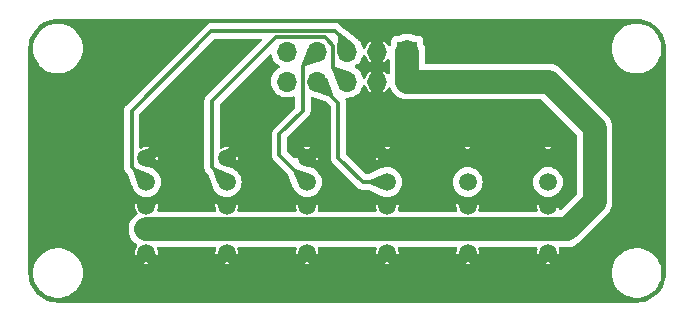
<source format=gbr>
%TF.GenerationSoftware,KiCad,Pcbnew,8.0.5*%
%TF.CreationDate,2025-06-06T09:51:35+09:00*%
%TF.ProjectId,e-con_hub,652d636f-6e5f-4687-9562-2e6b69636164,rev?*%
%TF.SameCoordinates,Original*%
%TF.FileFunction,Copper,L2,Bot*%
%TF.FilePolarity,Positive*%
%FSLAX46Y46*%
G04 Gerber Fmt 4.6, Leading zero omitted, Abs format (unit mm)*
G04 Created by KiCad (PCBNEW 8.0.5) date 2025-06-06 09:51:35*
%MOMM*%
%LPD*%
G01*
G04 APERTURE LIST*
%TA.AperFunction,ComponentPad*%
%ADD10C,1.500000*%
%TD*%
%TA.AperFunction,ComponentPad*%
%ADD11R,1.700000X1.700000*%
%TD*%
%TA.AperFunction,ComponentPad*%
%ADD12O,1.700000X1.700000*%
%TD*%
%TA.AperFunction,ViaPad*%
%ADD13C,0.600000*%
%TD*%
%TA.AperFunction,Conductor*%
%ADD14C,2.000000*%
%TD*%
%TA.AperFunction,Conductor*%
%ADD15C,0.300000*%
%TD*%
G04 APERTURE END LIST*
D10*
%TO.P,J3,24V,24V*%
%TO.N,+24V*%
X151100000Y-101300000D03*
%TO.P,J3,GND,GND*%
%TO.N,GND*%
X151100000Y-99300000D03*
%TO.P,J3,NC,NC*%
X151100000Y-95300000D03*
X151100000Y-103300000D03*
%TO.P,J3,Sign,Sign*%
%TO.N,Net-(J7-Pin_7)*%
X151100000Y-97300000D03*
%TD*%
%TO.P,J5,24V,24V*%
%TO.N,+24V*%
X164700000Y-101300000D03*
%TO.P,J5,GND,GND*%
%TO.N,GND*%
X164700000Y-99300000D03*
%TO.P,J5,NC,NC*%
X164700000Y-95300000D03*
X164700000Y-103300000D03*
%TO.P,J5,Sign,Sign*%
%TO.N,Net-(J7-Pin_9)*%
X164700000Y-97300000D03*
%TD*%
%TO.P,J4,24V,24V*%
%TO.N,+24V*%
X157900000Y-101300000D03*
%TO.P,J4,GND,GND*%
%TO.N,GND*%
X157900000Y-99300000D03*
%TO.P,J4,NC,NC*%
X157900000Y-95300000D03*
X157900000Y-103300000D03*
%TO.P,J4,Sign,Sign*%
%TO.N,Net-(J7-Pin_8)*%
X157900000Y-97300000D03*
%TD*%
%TO.P,J6,24V,24V*%
%TO.N,+24V*%
X171500000Y-101300000D03*
%TO.P,J6,GND,GND*%
%TO.N,GND*%
X171500000Y-99300000D03*
%TO.P,J6,NC,NC*%
X171500000Y-95300000D03*
X171500000Y-103300000D03*
%TO.P,J6,Sign,Sign*%
%TO.N,Net-(J7-Pin_10)*%
X171500000Y-97300000D03*
%TD*%
D11*
%TO.P,J7,1,Pin_1*%
%TO.N,+24V*%
X159580000Y-86250000D03*
D12*
%TO.P,J7,2,Pin_2*%
X159580000Y-88790000D03*
%TO.P,J7,3,Pin_3*%
%TO.N,GND*%
X157040000Y-86250000D03*
%TO.P,J7,4,Pin_4*%
X157040000Y-88790000D03*
%TO.P,J7,5,Pin_5*%
%TO.N,Net-(J7-Pin_5)*%
X154500000Y-86250000D03*
%TO.P,J7,6,Pin_6*%
%TO.N,Net-(J7-Pin_6)*%
X154500000Y-88790000D03*
%TO.P,J7,7,Pin_7*%
%TO.N,Net-(J7-Pin_7)*%
X151960000Y-86250000D03*
%TO.P,J7,8,Pin_8*%
%TO.N,Net-(J7-Pin_8)*%
X151960000Y-88790000D03*
%TO.P,J7,9,Pin_9*%
%TO.N,Net-(J7-Pin_9)*%
X149420000Y-86250000D03*
%TO.P,J7,10,Pin_10*%
%TO.N,Net-(J7-Pin_10)*%
X149420000Y-88790000D03*
%TD*%
D10*
%TO.P,J2,24V,24V*%
%TO.N,+24V*%
X144300000Y-101300000D03*
%TO.P,J2,GND,GND*%
%TO.N,GND*%
X144300000Y-99300000D03*
%TO.P,J2,NC,NC*%
X144300000Y-95300000D03*
X144300000Y-103300000D03*
%TO.P,J2,Sign,Sign*%
%TO.N,Net-(J7-Pin_6)*%
X144300000Y-97300000D03*
%TD*%
%TO.P,J1,24V,24V*%
%TO.N,+24V*%
X137500000Y-101300000D03*
%TO.P,J1,GND,GND*%
%TO.N,GND*%
X137500000Y-99300000D03*
%TO.P,J1,NC,NC*%
X137500000Y-95300000D03*
X137500000Y-103300000D03*
%TO.P,J1,Sign,Sign*%
%TO.N,Net-(J7-Pin_5)*%
X137500000Y-97300000D03*
%TD*%
D13*
%TO.N,GND*%
X170500000Y-91000000D03*
X155000000Y-91250000D03*
X152000000Y-91250000D03*
X160330000Y-84000000D03*
X177621320Y-99500000D03*
X152100000Y-107000000D03*
X161500000Y-86750000D03*
X180750000Y-101000000D03*
X154750000Y-84000000D03*
X180750000Y-95000000D03*
X128750000Y-89000000D03*
X146580000Y-88500000D03*
X128750000Y-95000000D03*
X172250000Y-86750000D03*
X171750000Y-84000000D03*
X148000000Y-92250000D03*
X177621320Y-92500000D03*
X146000000Y-85750000D03*
X128750000Y-101000000D03*
X141800000Y-84000000D03*
X132750000Y-107000000D03*
X180750000Y-89000000D03*
X162100000Y-107000000D03*
X143500000Y-85750000D03*
X135000000Y-93200000D03*
X132750000Y-84000000D03*
X142100000Y-107000000D03*
X161500000Y-91000000D03*
X172100000Y-107000000D03*
%TD*%
D14*
%TO.N,+24V*%
X171500000Y-101300000D02*
X137500000Y-101300000D01*
X173100000Y-101300000D02*
X171500000Y-101300000D01*
X175450000Y-98950000D02*
X173100000Y-101300000D01*
X175450000Y-92700000D02*
X175450000Y-98950000D01*
X171540000Y-88790000D02*
X175450000Y-92700000D01*
X171500000Y-88790000D02*
X171540000Y-88790000D01*
D15*
%TO.N,Net-(J7-Pin_8)*%
X155800000Y-97300000D02*
X157900000Y-97300000D01*
X153750000Y-90580000D02*
X153750000Y-95250000D01*
X151960000Y-88790000D02*
X153750000Y-90580000D01*
X153750000Y-95250000D02*
X155800000Y-97300000D01*
%TO.N,Net-(J7-Pin_5)*%
X136247567Y-96047567D02*
X137500000Y-97300000D01*
X142999239Y-84500000D02*
X136247567Y-91251672D01*
X136247567Y-91251672D02*
X136247567Y-96047567D01*
X153500000Y-84500000D02*
X142999239Y-84500000D01*
X154500000Y-85500000D02*
X153500000Y-84500000D01*
X154500000Y-86250000D02*
X154500000Y-85500000D01*
%TO.N,GND*%
X172700000Y-99300000D02*
X173400000Y-98600000D01*
X171500000Y-95300000D02*
X157900000Y-95300000D01*
X173400000Y-98600000D02*
X173400000Y-96100000D01*
X171500000Y-99300000D02*
X172700000Y-99300000D01*
X173400000Y-96100000D02*
X172600000Y-95300000D01*
X172600000Y-95300000D02*
X171500000Y-95300000D01*
%TO.N,Net-(J7-Pin_6)*%
X153300000Y-85757106D02*
X152771447Y-85228553D01*
X143047567Y-90452433D02*
X143047567Y-96047567D01*
X148450000Y-85050000D02*
X143047567Y-90452433D01*
X154500000Y-88790000D02*
X153300000Y-87590000D01*
X143047567Y-96047567D02*
X144300000Y-97300000D01*
X152771447Y-85228553D02*
X152592894Y-85050000D01*
X152592894Y-85050000D02*
X148450000Y-85050000D01*
X153300000Y-87590000D02*
X153300000Y-85757106D01*
%TO.N,Net-(J7-Pin_7)*%
X148750000Y-93270000D02*
X150760000Y-91260000D01*
X150760000Y-87450000D02*
X151960000Y-86250000D01*
X150760000Y-91260000D02*
X150760000Y-87450000D01*
X148750000Y-95000000D02*
X148750000Y-93270000D01*
X151100000Y-97300000D02*
X151050000Y-97300000D01*
X151050000Y-97300000D02*
X148750000Y-95000000D01*
D14*
%TO.N,+24V*%
X159580000Y-88790000D02*
X171500000Y-88790000D01*
X159580000Y-86250000D02*
X159580000Y-88790000D01*
%TD*%
%TA.AperFunction,Conductor*%
%TO.N,GND*%
G36*
X157540000Y-87173326D02*
G01*
X157626173Y-87127266D01*
X157786054Y-86996055D01*
X157859646Y-86906384D01*
X157917392Y-86867049D01*
X157987237Y-86865178D01*
X158047005Y-86901365D01*
X158077721Y-86964121D01*
X158079500Y-86985048D01*
X158079500Y-88054951D01*
X158059815Y-88121990D01*
X158007011Y-88167745D01*
X157937853Y-88177689D01*
X157874297Y-88148664D01*
X157859647Y-88133616D01*
X157786055Y-88043944D01*
X157626173Y-87912732D01*
X157626166Y-87912727D01*
X157540000Y-87866671D01*
X157540000Y-88724174D01*
X157505925Y-88597007D01*
X157440099Y-88482993D01*
X157347007Y-88389901D01*
X157232993Y-88324075D01*
X157105826Y-88290000D01*
X156974174Y-88290000D01*
X156847007Y-88324075D01*
X156732993Y-88389901D01*
X156639901Y-88482993D01*
X156574075Y-88597007D01*
X156540000Y-88724174D01*
X156540000Y-87866671D01*
X156539999Y-87866671D01*
X156453833Y-87912727D01*
X156453826Y-87912732D01*
X156293944Y-88043944D01*
X156162732Y-88203826D01*
X156162728Y-88203833D01*
X156065232Y-88386236D01*
X156045113Y-88452559D01*
X156006815Y-88510997D01*
X155943003Y-88539454D01*
X155873936Y-88528893D01*
X155821543Y-88482668D01*
X155806678Y-88448656D01*
X155773905Y-88326344D01*
X155773904Y-88326343D01*
X155773903Y-88326337D01*
X155674035Y-88112171D01*
X155638464Y-88061369D01*
X155538494Y-87918597D01*
X155371402Y-87751506D01*
X155371396Y-87751501D01*
X155185842Y-87621575D01*
X155142217Y-87566998D01*
X155135023Y-87497500D01*
X155166546Y-87435145D01*
X155185842Y-87418425D01*
X155313985Y-87328698D01*
X155371401Y-87288495D01*
X155538495Y-87121401D01*
X155674035Y-86927830D01*
X155773903Y-86713663D01*
X155806678Y-86591342D01*
X155843042Y-86531683D01*
X155905889Y-86501153D01*
X155975265Y-86509447D01*
X156029143Y-86553932D01*
X156045113Y-86587440D01*
X156065232Y-86653763D01*
X156162728Y-86836166D01*
X156162732Y-86836173D01*
X156293944Y-86996055D01*
X156453826Y-87127266D01*
X156540000Y-87173326D01*
X156540000Y-86315826D01*
X156574075Y-86442993D01*
X156639901Y-86557007D01*
X156732993Y-86650099D01*
X156847007Y-86715925D01*
X156974174Y-86750000D01*
X157105826Y-86750000D01*
X157232993Y-86715925D01*
X157347007Y-86650099D01*
X157440099Y-86557007D01*
X157505925Y-86442993D01*
X157540000Y-86315826D01*
X157540000Y-87173326D01*
G37*
%TD.AperFunction*%
%TA.AperFunction,Conductor*%
G36*
X179003736Y-83500726D02*
G01*
X179293796Y-83518271D01*
X179308659Y-83520076D01*
X179590798Y-83571780D01*
X179605335Y-83575363D01*
X179879172Y-83660695D01*
X179893163Y-83666000D01*
X180154743Y-83783727D01*
X180167989Y-83790680D01*
X180413465Y-83939075D01*
X180425776Y-83947573D01*
X180513319Y-84016158D01*
X180651573Y-84124473D01*
X180662781Y-84134403D01*
X180865596Y-84337218D01*
X180875526Y-84348426D01*
X180995481Y-84501538D01*
X181052422Y-84574217D01*
X181060926Y-84586537D01*
X181112168Y-84671302D01*
X181209316Y-84832004D01*
X181216275Y-84845263D01*
X181333997Y-85106831D01*
X181339306Y-85120832D01*
X181424635Y-85394663D01*
X181428219Y-85409201D01*
X181479923Y-85691340D01*
X181481728Y-85706205D01*
X181499274Y-85996263D01*
X181499500Y-86003750D01*
X181499500Y-104996249D01*
X181499274Y-105003736D01*
X181481728Y-105293794D01*
X181479923Y-105308659D01*
X181428219Y-105590798D01*
X181424635Y-105605336D01*
X181339306Y-105879167D01*
X181333997Y-105893168D01*
X181216275Y-106154736D01*
X181209316Y-106167995D01*
X181060928Y-106413459D01*
X181052422Y-106425782D01*
X180875526Y-106651573D01*
X180865596Y-106662781D01*
X180662781Y-106865596D01*
X180651573Y-106875526D01*
X180425782Y-107052422D01*
X180413459Y-107060928D01*
X180167995Y-107209316D01*
X180154736Y-107216275D01*
X179893168Y-107333997D01*
X179879167Y-107339306D01*
X179605336Y-107424635D01*
X179590798Y-107428219D01*
X179308659Y-107479923D01*
X179293794Y-107481728D01*
X179003736Y-107499274D01*
X178996249Y-107499500D01*
X130003751Y-107499500D01*
X129996264Y-107499274D01*
X129706205Y-107481728D01*
X129691340Y-107479923D01*
X129409201Y-107428219D01*
X129394663Y-107424635D01*
X129120832Y-107339306D01*
X129106831Y-107333997D01*
X128845263Y-107216275D01*
X128832004Y-107209316D01*
X128586540Y-107060928D01*
X128574217Y-107052422D01*
X128348426Y-106875526D01*
X128337218Y-106865596D01*
X128134403Y-106662781D01*
X128124473Y-106651573D01*
X127947573Y-106425776D01*
X127939075Y-106413465D01*
X127790680Y-106167989D01*
X127783727Y-106154743D01*
X127666000Y-105893163D01*
X127660693Y-105879167D01*
X127648113Y-105838797D01*
X127575363Y-105605335D01*
X127571780Y-105590798D01*
X127520075Y-105308657D01*
X127518271Y-105293794D01*
X127500726Y-105003736D01*
X127500613Y-105000000D01*
X127894592Y-105000000D01*
X127914201Y-105286680D01*
X127972666Y-105568034D01*
X127972667Y-105568037D01*
X128068894Y-105838793D01*
X128068893Y-105838793D01*
X128201098Y-106093935D01*
X128366812Y-106328700D01*
X128445972Y-106413459D01*
X128562947Y-106538708D01*
X128701677Y-106651573D01*
X128785853Y-106720055D01*
X129031382Y-106869365D01*
X129218237Y-106950526D01*
X129294942Y-106983844D01*
X129571642Y-107061371D01*
X129821920Y-107095771D01*
X129856321Y-107100500D01*
X129856322Y-107100500D01*
X130143679Y-107100500D01*
X130174370Y-107096281D01*
X130428358Y-107061371D01*
X130705058Y-106983844D01*
X130818015Y-106934779D01*
X130968617Y-106869365D01*
X130968620Y-106869363D01*
X130968625Y-106869361D01*
X131214147Y-106720055D01*
X131437053Y-106538708D01*
X131633189Y-106328698D01*
X131798901Y-106093936D01*
X131931104Y-105838797D01*
X132027334Y-105568032D01*
X132085798Y-105286686D01*
X132105408Y-105000000D01*
X176894592Y-105000000D01*
X176914201Y-105286680D01*
X176972666Y-105568034D01*
X176972667Y-105568037D01*
X177068894Y-105838793D01*
X177068893Y-105838793D01*
X177201098Y-106093935D01*
X177366812Y-106328700D01*
X177445972Y-106413459D01*
X177562947Y-106538708D01*
X177701677Y-106651573D01*
X177785853Y-106720055D01*
X178031382Y-106869365D01*
X178218237Y-106950526D01*
X178294942Y-106983844D01*
X178571642Y-107061371D01*
X178821920Y-107095771D01*
X178856321Y-107100500D01*
X178856322Y-107100500D01*
X179143679Y-107100500D01*
X179174370Y-107096281D01*
X179428358Y-107061371D01*
X179705058Y-106983844D01*
X179818015Y-106934779D01*
X179968617Y-106869365D01*
X179968620Y-106869363D01*
X179968625Y-106869361D01*
X180214147Y-106720055D01*
X180437053Y-106538708D01*
X180633189Y-106328698D01*
X180798901Y-106093936D01*
X180931104Y-105838797D01*
X181027334Y-105568032D01*
X181085798Y-105286686D01*
X181105408Y-105000000D01*
X181085798Y-104713314D01*
X181027334Y-104431968D01*
X180931105Y-104161206D01*
X180931106Y-104161206D01*
X180798901Y-103906064D01*
X180633187Y-103671299D01*
X180554554Y-103587105D01*
X180437053Y-103461292D01*
X180214147Y-103279945D01*
X180214146Y-103279944D01*
X179968617Y-103130634D01*
X179705063Y-103016158D01*
X179705061Y-103016157D01*
X179705058Y-103016156D01*
X179575578Y-102979877D01*
X179428364Y-102938630D01*
X179428359Y-102938629D01*
X179428358Y-102938629D01*
X179286018Y-102919064D01*
X179143679Y-102899500D01*
X179143678Y-102899500D01*
X178856322Y-102899500D01*
X178856321Y-102899500D01*
X178571642Y-102938629D01*
X178571635Y-102938630D01*
X178363861Y-102996845D01*
X178294942Y-103016156D01*
X178294939Y-103016156D01*
X178294936Y-103016158D01*
X178294935Y-103016158D01*
X178031382Y-103130634D01*
X177785853Y-103279944D01*
X177562950Y-103461289D01*
X177366812Y-103671299D01*
X177201098Y-103906064D01*
X177068894Y-104161206D01*
X176972667Y-104431962D01*
X176972666Y-104431965D01*
X176914201Y-104713319D01*
X176894592Y-105000000D01*
X132105408Y-105000000D01*
X132085798Y-104713314D01*
X132027334Y-104431968D01*
X131954227Y-104226265D01*
X137280839Y-104226265D01*
X137313767Y-104236255D01*
X137500000Y-104254596D01*
X137686233Y-104236255D01*
X137686234Y-104236254D01*
X137719160Y-104226266D01*
X137719160Y-104226265D01*
X144080839Y-104226265D01*
X144113767Y-104236255D01*
X144300000Y-104254596D01*
X144486233Y-104236255D01*
X144486234Y-104236254D01*
X144519160Y-104226266D01*
X144519160Y-104226265D01*
X150880839Y-104226265D01*
X150913767Y-104236255D01*
X151100000Y-104254596D01*
X151286233Y-104236255D01*
X151286234Y-104236254D01*
X151319160Y-104226266D01*
X151319160Y-104226265D01*
X157680839Y-104226265D01*
X157713767Y-104236255D01*
X157900000Y-104254596D01*
X158086233Y-104236255D01*
X158086234Y-104236254D01*
X158119160Y-104226266D01*
X158119160Y-104226265D01*
X164480839Y-104226265D01*
X164513767Y-104236255D01*
X164700000Y-104254596D01*
X164886233Y-104236255D01*
X164886234Y-104236254D01*
X164919160Y-104226266D01*
X164919160Y-104226265D01*
X171280839Y-104226265D01*
X171313767Y-104236255D01*
X171500000Y-104254596D01*
X171686233Y-104236255D01*
X171686234Y-104236254D01*
X171719160Y-104226266D01*
X171719160Y-104226265D01*
X171500001Y-104007106D01*
X171280839Y-104226265D01*
X164919160Y-104226265D01*
X164700001Y-104007106D01*
X164480839Y-104226265D01*
X158119160Y-104226265D01*
X157900001Y-104007106D01*
X157680839Y-104226265D01*
X151319160Y-104226265D01*
X151100001Y-104007106D01*
X150880839Y-104226265D01*
X144519160Y-104226265D01*
X144300001Y-104007106D01*
X144080839Y-104226265D01*
X137719160Y-104226265D01*
X137500001Y-104007106D01*
X137280839Y-104226265D01*
X131954227Y-104226265D01*
X131931105Y-104161206D01*
X131931106Y-104161206D01*
X131798901Y-103906064D01*
X131633187Y-103671299D01*
X131554554Y-103587105D01*
X131437053Y-103461292D01*
X131214147Y-103279945D01*
X131214146Y-103279944D01*
X130968617Y-103130634D01*
X130705063Y-103016158D01*
X130705061Y-103016157D01*
X130705058Y-103016156D01*
X130575578Y-102979877D01*
X130428364Y-102938630D01*
X130428359Y-102938629D01*
X130428358Y-102938629D01*
X130286018Y-102919064D01*
X130143679Y-102899500D01*
X130143678Y-102899500D01*
X129856322Y-102899500D01*
X129856321Y-102899500D01*
X129571642Y-102938629D01*
X129571635Y-102938630D01*
X129363861Y-102996845D01*
X129294942Y-103016156D01*
X129294939Y-103016156D01*
X129294936Y-103016158D01*
X129294935Y-103016158D01*
X129031382Y-103130634D01*
X128785853Y-103279944D01*
X128562950Y-103461289D01*
X128366812Y-103671299D01*
X128201098Y-103906064D01*
X128068894Y-104161206D01*
X127972667Y-104431962D01*
X127972666Y-104431965D01*
X127914201Y-104713319D01*
X127894592Y-105000000D01*
X127500613Y-105000000D01*
X127500500Y-104996249D01*
X127500500Y-91187600D01*
X135597067Y-91187600D01*
X135597067Y-96111638D01*
X135614730Y-96200432D01*
X135614730Y-96200433D01*
X135622064Y-96237304D01*
X135622065Y-96237309D01*
X135622066Y-96237311D01*
X135671102Y-96355694D01*
X135742290Y-96462236D01*
X135876398Y-96596344D01*
X135904567Y-96639814D01*
X136226260Y-97482791D01*
X136330515Y-97755986D01*
X136332825Y-97761929D01*
X136332908Y-97762140D01*
X136332916Y-97762157D01*
X136358946Y-97817772D01*
X136362191Y-97823191D01*
X136362130Y-97823227D01*
X136371580Y-97839034D01*
X136412897Y-97927638D01*
X136412898Y-97927639D01*
X136538402Y-98106877D01*
X136693123Y-98261598D01*
X136872361Y-98387102D01*
X137070670Y-98479575D01*
X137282023Y-98536207D01*
X137413818Y-98547737D01*
X137478884Y-98573188D01*
X137490689Y-98583582D01*
X137499999Y-98592892D01*
X137509307Y-98583585D01*
X137570629Y-98550098D01*
X137586167Y-98547738D01*
X137717977Y-98536207D01*
X137929330Y-98479575D01*
X138127639Y-98387102D01*
X138306877Y-98261598D01*
X138461598Y-98106877D01*
X138587102Y-97927639D01*
X138679575Y-97729330D01*
X138736207Y-97517977D01*
X138755277Y-97300000D01*
X138736207Y-97082023D01*
X138679575Y-96870670D01*
X138587102Y-96672362D01*
X138587100Y-96672359D01*
X138587099Y-96672357D01*
X138461599Y-96493124D01*
X138430711Y-96462236D01*
X138306877Y-96338402D01*
X138127639Y-96212898D01*
X138127638Y-96212897D01*
X138127636Y-96212896D01*
X137986143Y-96146917D01*
X137978299Y-96142914D01*
X137956021Y-96130529D01*
X137956010Y-96130524D01*
X137442909Y-95934716D01*
X137399439Y-95906546D01*
X136934386Y-95441493D01*
X136900901Y-95380170D01*
X136898067Y-95353812D01*
X136898067Y-95246188D01*
X136901595Y-95234174D01*
X137000000Y-95234174D01*
X137000000Y-95365826D01*
X137034075Y-95492993D01*
X137099901Y-95607007D01*
X137192993Y-95700099D01*
X137307007Y-95765925D01*
X137434174Y-95800000D01*
X137565826Y-95800000D01*
X137692993Y-95765925D01*
X137807007Y-95700099D01*
X137900099Y-95607007D01*
X137965925Y-95492993D01*
X138000000Y-95365826D01*
X138000000Y-95300000D01*
X138207106Y-95300000D01*
X138426265Y-95519160D01*
X138426266Y-95519160D01*
X138436254Y-95486234D01*
X138436255Y-95486233D01*
X138454596Y-95300000D01*
X138436255Y-95113767D01*
X138426265Y-95080839D01*
X138207106Y-95300000D01*
X138000000Y-95300000D01*
X138000000Y-95234174D01*
X137965925Y-95107007D01*
X137900099Y-94992993D01*
X137807007Y-94899901D01*
X137692993Y-94834075D01*
X137565826Y-94800000D01*
X137434174Y-94800000D01*
X137307007Y-94834075D01*
X137192993Y-94899901D01*
X137099901Y-94992993D01*
X137034075Y-95107007D01*
X137000000Y-95234174D01*
X136901595Y-95234174D01*
X136917752Y-95179149D01*
X136934386Y-95158507D01*
X137719159Y-94373733D01*
X137686228Y-94363744D01*
X137686232Y-94363744D01*
X137500000Y-94345403D01*
X137313769Y-94363744D01*
X137134687Y-94418069D01*
X137080519Y-94447022D01*
X137012116Y-94461263D01*
X136946872Y-94436262D01*
X136905503Y-94379957D01*
X136898067Y-94337663D01*
X136898067Y-91572480D01*
X136917752Y-91505441D01*
X136934386Y-91484799D01*
X143232366Y-85186819D01*
X143293689Y-85153334D01*
X143320047Y-85150500D01*
X147130192Y-85150500D01*
X147197231Y-85170185D01*
X147242986Y-85222989D01*
X147252930Y-85292147D01*
X147223905Y-85355703D01*
X147217873Y-85362181D01*
X142542294Y-90037758D01*
X142542288Y-90037765D01*
X142483961Y-90125058D01*
X142483962Y-90125059D01*
X142471101Y-90144307D01*
X142422066Y-90262688D01*
X142422064Y-90262694D01*
X142397067Y-90388361D01*
X142397067Y-96111638D01*
X142414730Y-96200432D01*
X142414730Y-96200433D01*
X142422064Y-96237304D01*
X142422065Y-96237309D01*
X142422066Y-96237311D01*
X142471102Y-96355694D01*
X142542290Y-96462236D01*
X142676398Y-96596344D01*
X142704567Y-96639814D01*
X143026260Y-97482791D01*
X143130515Y-97755986D01*
X143132825Y-97761929D01*
X143132908Y-97762140D01*
X143132916Y-97762157D01*
X143158946Y-97817772D01*
X143162191Y-97823191D01*
X143162130Y-97823227D01*
X143171580Y-97839034D01*
X143212897Y-97927638D01*
X143212898Y-97927639D01*
X143338402Y-98106877D01*
X143493123Y-98261598D01*
X143672361Y-98387102D01*
X143870670Y-98479575D01*
X144082023Y-98536207D01*
X144213818Y-98547737D01*
X144278884Y-98573188D01*
X144290689Y-98583582D01*
X144299999Y-98592892D01*
X144309307Y-98583585D01*
X144370629Y-98550098D01*
X144386167Y-98547738D01*
X144517977Y-98536207D01*
X144729330Y-98479575D01*
X144927639Y-98387102D01*
X145106877Y-98261598D01*
X145261598Y-98106877D01*
X145387102Y-97927639D01*
X145479575Y-97729330D01*
X145536207Y-97517977D01*
X145555277Y-97300000D01*
X145536207Y-97082023D01*
X145479575Y-96870670D01*
X145387102Y-96672362D01*
X145387100Y-96672359D01*
X145387099Y-96672357D01*
X145261599Y-96493124D01*
X145230711Y-96462236D01*
X145106877Y-96338402D01*
X144927639Y-96212898D01*
X144927638Y-96212897D01*
X144927636Y-96212896D01*
X144786143Y-96146917D01*
X144778299Y-96142914D01*
X144756021Y-96130529D01*
X144756010Y-96130524D01*
X144242909Y-95934716D01*
X144199439Y-95906546D01*
X143734386Y-95441493D01*
X143700901Y-95380170D01*
X143698067Y-95353812D01*
X143698067Y-95246188D01*
X143701595Y-95234174D01*
X143800000Y-95234174D01*
X143800000Y-95365826D01*
X143834075Y-95492993D01*
X143899901Y-95607007D01*
X143992993Y-95700099D01*
X144107007Y-95765925D01*
X144234174Y-95800000D01*
X144365826Y-95800000D01*
X144492993Y-95765925D01*
X144607007Y-95700099D01*
X144700099Y-95607007D01*
X144765925Y-95492993D01*
X144800000Y-95365826D01*
X144800000Y-95300000D01*
X145007106Y-95300000D01*
X145226265Y-95519160D01*
X145226266Y-95519160D01*
X145236254Y-95486234D01*
X145236255Y-95486233D01*
X145254596Y-95300000D01*
X145236255Y-95113767D01*
X145226265Y-95080839D01*
X145007106Y-95300000D01*
X144800000Y-95300000D01*
X144800000Y-95234174D01*
X144765925Y-95107007D01*
X144700099Y-94992993D01*
X144607007Y-94899901D01*
X144492993Y-94834075D01*
X144365826Y-94800000D01*
X144234174Y-94800000D01*
X144107007Y-94834075D01*
X143992993Y-94899901D01*
X143899901Y-94992993D01*
X143834075Y-95107007D01*
X143800000Y-95234174D01*
X143701595Y-95234174D01*
X143717752Y-95179149D01*
X143734386Y-95158507D01*
X144519159Y-94373733D01*
X144486228Y-94363744D01*
X144486232Y-94363744D01*
X144300000Y-94345403D01*
X144113769Y-94363744D01*
X143934687Y-94418069D01*
X143880519Y-94447022D01*
X143812116Y-94461263D01*
X143746872Y-94436262D01*
X143705503Y-94379957D01*
X143698067Y-94337663D01*
X143698067Y-90773240D01*
X143717752Y-90706201D01*
X143734381Y-90685564D01*
X147901287Y-86518657D01*
X147962608Y-86485174D01*
X148032300Y-86490158D01*
X148088233Y-86532030D01*
X148108741Y-86574247D01*
X148146094Y-86713655D01*
X148146096Y-86713659D01*
X148146097Y-86713663D01*
X148203221Y-86836166D01*
X148245965Y-86927830D01*
X148245967Y-86927834D01*
X148381501Y-87121395D01*
X148381506Y-87121402D01*
X148548597Y-87288493D01*
X148548603Y-87288498D01*
X148734158Y-87418425D01*
X148777783Y-87473002D01*
X148784977Y-87542500D01*
X148753454Y-87604855D01*
X148734158Y-87621575D01*
X148548597Y-87751505D01*
X148381505Y-87918597D01*
X148245965Y-88112169D01*
X148245964Y-88112171D01*
X148146098Y-88326335D01*
X148146094Y-88326344D01*
X148084938Y-88554586D01*
X148084936Y-88554596D01*
X148064341Y-88789999D01*
X148064341Y-88790000D01*
X148084936Y-89025403D01*
X148084938Y-89025413D01*
X148146094Y-89253655D01*
X148146096Y-89253659D01*
X148146097Y-89253663D01*
X148180098Y-89326578D01*
X148245965Y-89467830D01*
X148245967Y-89467834D01*
X148354281Y-89622521D01*
X148381505Y-89661401D01*
X148548599Y-89828495D01*
X148645384Y-89896265D01*
X148742165Y-89964032D01*
X148742167Y-89964033D01*
X148742170Y-89964035D01*
X148956337Y-90063903D01*
X149184592Y-90125063D01*
X149372918Y-90141539D01*
X149419999Y-90145659D01*
X149420000Y-90145659D01*
X149420001Y-90145659D01*
X149460301Y-90142133D01*
X149655408Y-90125063D01*
X149883663Y-90063903D01*
X149933096Y-90040851D01*
X150002172Y-90030360D01*
X150065956Y-90058879D01*
X150104196Y-90117356D01*
X150109500Y-90153234D01*
X150109500Y-90939191D01*
X150089815Y-91006230D01*
X150073181Y-91026872D01*
X148244727Y-92855325D01*
X148244726Y-92855326D01*
X148173534Y-92961874D01*
X148124499Y-93080255D01*
X148124497Y-93080261D01*
X148099500Y-93205928D01*
X148099500Y-95064070D01*
X148123738Y-95185914D01*
X148123740Y-95185938D01*
X148123742Y-95185938D01*
X148124499Y-95189744D01*
X148124500Y-95189748D01*
X148173533Y-95308124D01*
X148173534Y-95308126D01*
X148173535Y-95308127D01*
X148232963Y-95397069D01*
X148244726Y-95414673D01*
X148244727Y-95414674D01*
X149461084Y-96631029D01*
X149488231Y-96671908D01*
X149934442Y-97766678D01*
X149934504Y-97766830D01*
X149934543Y-97766924D01*
X149936039Y-97770552D01*
X149936059Y-97770600D01*
X149936066Y-97770616D01*
X149936069Y-97770622D01*
X149958700Y-97817873D01*
X149958707Y-97817885D01*
X149959100Y-97818411D01*
X149972116Y-97840183D01*
X150012897Y-97927638D01*
X150012898Y-97927639D01*
X150138402Y-98106877D01*
X150293123Y-98261598D01*
X150472361Y-98387102D01*
X150670670Y-98479575D01*
X150882023Y-98536207D01*
X151013818Y-98547737D01*
X151078884Y-98573188D01*
X151090689Y-98583582D01*
X151099999Y-98592892D01*
X151109307Y-98583585D01*
X151170629Y-98550098D01*
X151186167Y-98547738D01*
X151317977Y-98536207D01*
X151529330Y-98479575D01*
X151727639Y-98387102D01*
X151906877Y-98261598D01*
X152061598Y-98106877D01*
X152187102Y-97927639D01*
X152279575Y-97729330D01*
X152336207Y-97517977D01*
X152355277Y-97300000D01*
X152336207Y-97082023D01*
X152279575Y-96870670D01*
X152187102Y-96672362D01*
X152187100Y-96672359D01*
X152187099Y-96672357D01*
X152061599Y-96493124D01*
X152030711Y-96462236D01*
X151906877Y-96338402D01*
X151727639Y-96212898D01*
X151727638Y-96212897D01*
X151727636Y-96212896D01*
X151558510Y-96134031D01*
X151553539Y-96131576D01*
X151543131Y-96126143D01*
X151542592Y-96125954D01*
X151531375Y-96121378D01*
X151529330Y-96120425D01*
X151529327Y-96120423D01*
X151523605Y-96118890D01*
X151514558Y-96116091D01*
X151069732Y-95959601D01*
X151023202Y-95930309D01*
X150410334Y-95317441D01*
X150410332Y-95317438D01*
X150327068Y-95234174D01*
X150600000Y-95234174D01*
X150600000Y-95365826D01*
X150634075Y-95492993D01*
X150699901Y-95607007D01*
X150792993Y-95700099D01*
X150907007Y-95765925D01*
X151034174Y-95800000D01*
X151165826Y-95800000D01*
X151292993Y-95765925D01*
X151407007Y-95700099D01*
X151500099Y-95607007D01*
X151565925Y-95492993D01*
X151600000Y-95365826D01*
X151600000Y-95296531D01*
X151803636Y-95296531D01*
X152026265Y-95519160D01*
X152026266Y-95519160D01*
X152036254Y-95486234D01*
X152036255Y-95486233D01*
X152054596Y-95300000D01*
X152036255Y-95113767D01*
X152026265Y-95080839D01*
X152026265Y-95080838D01*
X151843424Y-95263681D01*
X151815339Y-95279016D01*
X151803636Y-95296531D01*
X151600000Y-95296531D01*
X151600000Y-95234174D01*
X151565925Y-95107007D01*
X151500099Y-94992993D01*
X151407007Y-94899901D01*
X151292993Y-94834075D01*
X151165826Y-94800000D01*
X151034174Y-94800000D01*
X150907007Y-94834075D01*
X150792993Y-94899901D01*
X150699901Y-94992993D01*
X150634075Y-95107007D01*
X150600000Y-95234174D01*
X150327068Y-95234174D01*
X150173733Y-95080838D01*
X150173732Y-95080839D01*
X150163746Y-95113762D01*
X150163744Y-95113771D01*
X150155368Y-95198813D01*
X150129206Y-95263600D01*
X150072172Y-95303959D01*
X150002372Y-95307075D01*
X149944284Y-95274339D01*
X149868758Y-95198813D01*
X149436819Y-94766873D01*
X149403334Y-94705550D01*
X149400500Y-94679192D01*
X149400500Y-94373733D01*
X150880838Y-94373733D01*
X151099998Y-94592892D01*
X151099999Y-94592893D01*
X151100000Y-94592893D01*
X151100000Y-94592892D01*
X151319159Y-94373733D01*
X151286228Y-94363744D01*
X151286232Y-94363744D01*
X151100000Y-94345403D01*
X150913772Y-94363744D01*
X150913762Y-94363746D01*
X150880839Y-94373732D01*
X150880838Y-94373733D01*
X149400500Y-94373733D01*
X149400500Y-93590808D01*
X149420185Y-93523769D01*
X149436819Y-93503127D01*
X151265271Y-91674675D01*
X151265276Y-91674670D01*
X151336465Y-91568127D01*
X151385501Y-91449744D01*
X151386160Y-91446428D01*
X151387159Y-91441414D01*
X151410499Y-91324073D01*
X151410500Y-91324071D01*
X151410500Y-90209172D01*
X151430185Y-90142133D01*
X151482989Y-90096378D01*
X151552147Y-90086434D01*
X151577308Y-90092796D01*
X152762766Y-90528888D01*
X152807636Y-90557582D01*
X153063181Y-90813127D01*
X153096666Y-90874450D01*
X153099500Y-90900808D01*
X153099500Y-95314071D01*
X153116010Y-95397068D01*
X153116010Y-95397069D01*
X153124497Y-95439736D01*
X153124499Y-95439744D01*
X153173534Y-95558125D01*
X153244726Y-95664673D01*
X155385326Y-97805273D01*
X155385329Y-97805275D01*
X155385331Y-97805277D01*
X155491873Y-97876465D01*
X155610256Y-97925501D01*
X155610260Y-97925501D01*
X155610261Y-97925502D01*
X155735928Y-97950500D01*
X155735931Y-97950500D01*
X156254381Y-97950500D01*
X156305038Y-97961320D01*
X157395464Y-98449374D01*
X157395505Y-98449392D01*
X157401341Y-98451960D01*
X157401630Y-98452085D01*
X157401635Y-98452087D01*
X157441636Y-98466576D01*
X157451802Y-98470776D01*
X157470670Y-98479575D01*
X157682023Y-98536207D01*
X157813818Y-98547737D01*
X157878884Y-98573188D01*
X157890689Y-98583582D01*
X157899999Y-98592892D01*
X157909307Y-98583585D01*
X157970629Y-98550098D01*
X157986167Y-98547738D01*
X158117977Y-98536207D01*
X158329330Y-98479575D01*
X158527639Y-98387102D01*
X158706877Y-98261598D01*
X158861598Y-98106877D01*
X158987102Y-97927639D01*
X159079575Y-97729330D01*
X159136207Y-97517977D01*
X159155277Y-97300000D01*
X159155277Y-97299997D01*
X163444723Y-97299997D01*
X163444723Y-97300002D01*
X163463793Y-97517975D01*
X163463793Y-97517979D01*
X163520422Y-97729322D01*
X163520424Y-97729326D01*
X163520425Y-97729330D01*
X163539647Y-97770552D01*
X163612897Y-97927638D01*
X163612898Y-97927639D01*
X163738402Y-98106877D01*
X163893123Y-98261598D01*
X164072361Y-98387102D01*
X164270670Y-98479575D01*
X164482023Y-98536207D01*
X164613818Y-98547737D01*
X164678884Y-98573188D01*
X164690689Y-98583582D01*
X164699999Y-98592892D01*
X164709307Y-98583585D01*
X164770629Y-98550098D01*
X164786167Y-98547738D01*
X164917977Y-98536207D01*
X165129330Y-98479575D01*
X165327639Y-98387102D01*
X165506877Y-98261598D01*
X165661598Y-98106877D01*
X165787102Y-97927639D01*
X165879575Y-97729330D01*
X165936207Y-97517977D01*
X165955277Y-97300000D01*
X165955277Y-97299997D01*
X170244723Y-97299997D01*
X170244723Y-97300002D01*
X170263793Y-97517975D01*
X170263793Y-97517979D01*
X170320422Y-97729322D01*
X170320424Y-97729326D01*
X170320425Y-97729330D01*
X170339647Y-97770552D01*
X170412897Y-97927638D01*
X170412898Y-97927639D01*
X170538402Y-98106877D01*
X170693123Y-98261598D01*
X170872361Y-98387102D01*
X171070670Y-98479575D01*
X171282023Y-98536207D01*
X171413818Y-98547737D01*
X171478884Y-98573188D01*
X171490689Y-98583582D01*
X171499999Y-98592892D01*
X171509307Y-98583585D01*
X171570629Y-98550098D01*
X171586167Y-98547738D01*
X171717977Y-98536207D01*
X171929330Y-98479575D01*
X172127639Y-98387102D01*
X172306877Y-98261598D01*
X172461598Y-98106877D01*
X172587102Y-97927639D01*
X172679575Y-97729330D01*
X172736207Y-97517977D01*
X172755277Y-97300000D01*
X172736207Y-97082023D01*
X172679575Y-96870670D01*
X172587102Y-96672362D01*
X172587100Y-96672359D01*
X172587099Y-96672357D01*
X172461599Y-96493124D01*
X172430711Y-96462236D01*
X172306877Y-96338402D01*
X172162504Y-96237311D01*
X172127638Y-96212897D01*
X172028484Y-96166661D01*
X171929330Y-96120425D01*
X171929326Y-96120424D01*
X171929322Y-96120422D01*
X171717982Y-96063794D01*
X171717972Y-96063792D01*
X171586182Y-96052262D01*
X171521114Y-96026809D01*
X171509308Y-96016415D01*
X171496530Y-96003637D01*
X171477212Y-96016545D01*
X171442454Y-96030942D01*
X171427511Y-96043891D01*
X171386808Y-96054625D01*
X171282027Y-96063792D01*
X171282017Y-96063794D01*
X171070677Y-96120422D01*
X171070668Y-96120426D01*
X170872361Y-96212898D01*
X170872357Y-96212900D01*
X170693121Y-96338402D01*
X170538402Y-96493121D01*
X170412900Y-96672357D01*
X170412898Y-96672361D01*
X170320426Y-96870668D01*
X170320422Y-96870677D01*
X170263793Y-97082020D01*
X170263793Y-97082024D01*
X170244723Y-97299997D01*
X165955277Y-97299997D01*
X165936207Y-97082023D01*
X165879575Y-96870670D01*
X165787102Y-96672362D01*
X165787100Y-96672359D01*
X165787099Y-96672357D01*
X165661599Y-96493124D01*
X165630711Y-96462236D01*
X165506877Y-96338402D01*
X165362504Y-96237311D01*
X165327638Y-96212897D01*
X165228484Y-96166661D01*
X165129330Y-96120425D01*
X165129326Y-96120424D01*
X165129322Y-96120422D01*
X164917982Y-96063794D01*
X164917972Y-96063792D01*
X164786182Y-96052262D01*
X164721114Y-96026809D01*
X164709308Y-96016415D01*
X164696530Y-96003637D01*
X164677212Y-96016545D01*
X164642454Y-96030942D01*
X164627511Y-96043891D01*
X164586808Y-96054625D01*
X164482027Y-96063792D01*
X164482017Y-96063794D01*
X164270677Y-96120422D01*
X164270668Y-96120426D01*
X164072361Y-96212898D01*
X164072357Y-96212900D01*
X163893121Y-96338402D01*
X163738402Y-96493121D01*
X163612900Y-96672357D01*
X163612898Y-96672361D01*
X163520426Y-96870668D01*
X163520422Y-96870677D01*
X163463793Y-97082020D01*
X163463793Y-97082024D01*
X163444723Y-97299997D01*
X159155277Y-97299997D01*
X159136207Y-97082023D01*
X159079575Y-96870670D01*
X158987102Y-96672362D01*
X158987100Y-96672359D01*
X158987099Y-96672357D01*
X158861599Y-96493124D01*
X158830711Y-96462236D01*
X158706877Y-96338402D01*
X158562504Y-96237311D01*
X158527638Y-96212897D01*
X158428484Y-96166661D01*
X158329330Y-96120425D01*
X158329326Y-96120424D01*
X158329322Y-96120422D01*
X158117982Y-96063794D01*
X158117972Y-96063792D01*
X157986182Y-96052262D01*
X157921114Y-96026809D01*
X157909308Y-96016415D01*
X157896530Y-96003637D01*
X157877212Y-96016545D01*
X157842454Y-96030942D01*
X157827511Y-96043891D01*
X157786808Y-96054625D01*
X157682027Y-96063792D01*
X157682017Y-96063794D01*
X157470677Y-96120422D01*
X157470672Y-96120424D01*
X157470670Y-96120425D01*
X157449011Y-96130525D01*
X157431338Y-96138766D01*
X157412973Y-96145620D01*
X157395498Y-96150608D01*
X156305036Y-96638680D01*
X156254378Y-96649500D01*
X156120808Y-96649500D01*
X156053769Y-96629815D01*
X156033127Y-96613181D01*
X154719946Y-95300000D01*
X156945403Y-95300000D01*
X156963744Y-95486230D01*
X156973733Y-95519159D01*
X157192893Y-95299999D01*
X157192892Y-95299998D01*
X157127068Y-95234174D01*
X157400000Y-95234174D01*
X157400000Y-95365826D01*
X157434075Y-95492993D01*
X157499901Y-95607007D01*
X157592993Y-95700099D01*
X157707007Y-95765925D01*
X157834174Y-95800000D01*
X157965826Y-95800000D01*
X158092993Y-95765925D01*
X158207007Y-95700099D01*
X158300099Y-95607007D01*
X158365925Y-95492993D01*
X158400000Y-95365826D01*
X158400000Y-95296531D01*
X158603636Y-95296531D01*
X158826265Y-95519160D01*
X158826266Y-95519160D01*
X158836254Y-95486234D01*
X158836255Y-95486233D01*
X158854596Y-95300000D01*
X163745403Y-95300000D01*
X163763744Y-95486230D01*
X163773733Y-95519159D01*
X163992893Y-95299999D01*
X163992892Y-95299998D01*
X163927068Y-95234174D01*
X164200000Y-95234174D01*
X164200000Y-95365826D01*
X164234075Y-95492993D01*
X164299901Y-95607007D01*
X164392993Y-95700099D01*
X164507007Y-95765925D01*
X164634174Y-95800000D01*
X164765826Y-95800000D01*
X164892993Y-95765925D01*
X165007007Y-95700099D01*
X165100099Y-95607007D01*
X165165925Y-95492993D01*
X165200000Y-95365826D01*
X165200000Y-95296531D01*
X165403636Y-95296531D01*
X165626265Y-95519160D01*
X165626266Y-95519160D01*
X165636254Y-95486234D01*
X165636255Y-95486233D01*
X165654596Y-95300000D01*
X170545403Y-95300000D01*
X170563744Y-95486230D01*
X170573733Y-95519159D01*
X170792893Y-95299999D01*
X170792892Y-95299998D01*
X170727068Y-95234174D01*
X171000000Y-95234174D01*
X171000000Y-95365826D01*
X171034075Y-95492993D01*
X171099901Y-95607007D01*
X171192993Y-95700099D01*
X171307007Y-95765925D01*
X171434174Y-95800000D01*
X171565826Y-95800000D01*
X171692993Y-95765925D01*
X171807007Y-95700099D01*
X171900099Y-95607007D01*
X171965925Y-95492993D01*
X172000000Y-95365826D01*
X172000000Y-95296531D01*
X172203636Y-95296531D01*
X172426265Y-95519160D01*
X172426266Y-95519160D01*
X172436254Y-95486234D01*
X172436255Y-95486233D01*
X172454596Y-95300000D01*
X172436255Y-95113767D01*
X172426265Y-95080839D01*
X172426265Y-95080838D01*
X172243424Y-95263681D01*
X172215339Y-95279016D01*
X172203636Y-95296531D01*
X172000000Y-95296531D01*
X172000000Y-95234174D01*
X171965925Y-95107007D01*
X171900099Y-94992993D01*
X171807007Y-94899901D01*
X171692993Y-94834075D01*
X171565826Y-94800000D01*
X171434174Y-94800000D01*
X171307007Y-94834075D01*
X171192993Y-94899901D01*
X171099901Y-94992993D01*
X171034075Y-95107007D01*
X171000000Y-95234174D01*
X170727068Y-95234174D01*
X170573733Y-95080838D01*
X170573732Y-95080839D01*
X170563746Y-95113762D01*
X170563744Y-95113772D01*
X170545403Y-95300000D01*
X165654596Y-95300000D01*
X165636255Y-95113767D01*
X165626265Y-95080839D01*
X165626265Y-95080838D01*
X165443424Y-95263681D01*
X165415339Y-95279016D01*
X165403636Y-95296531D01*
X165200000Y-95296531D01*
X165200000Y-95234174D01*
X165165925Y-95107007D01*
X165100099Y-94992993D01*
X165007007Y-94899901D01*
X164892993Y-94834075D01*
X164765826Y-94800000D01*
X164634174Y-94800000D01*
X164507007Y-94834075D01*
X164392993Y-94899901D01*
X164299901Y-94992993D01*
X164234075Y-95107007D01*
X164200000Y-95234174D01*
X163927068Y-95234174D01*
X163773733Y-95080838D01*
X163773732Y-95080839D01*
X163763746Y-95113762D01*
X163763744Y-95113772D01*
X163745403Y-95300000D01*
X158854596Y-95300000D01*
X158836255Y-95113767D01*
X158826265Y-95080839D01*
X158826265Y-95080838D01*
X158643424Y-95263681D01*
X158615339Y-95279016D01*
X158603636Y-95296531D01*
X158400000Y-95296531D01*
X158400000Y-95234174D01*
X158365925Y-95107007D01*
X158300099Y-94992993D01*
X158207007Y-94899901D01*
X158092993Y-94834075D01*
X157965826Y-94800000D01*
X157834174Y-94800000D01*
X157707007Y-94834075D01*
X157592993Y-94899901D01*
X157499901Y-94992993D01*
X157434075Y-95107007D01*
X157400000Y-95234174D01*
X157127068Y-95234174D01*
X156973733Y-95080838D01*
X156973732Y-95080839D01*
X156963746Y-95113762D01*
X156963744Y-95113772D01*
X156945403Y-95300000D01*
X154719946Y-95300000D01*
X154436819Y-95016873D01*
X154403334Y-94955550D01*
X154400500Y-94929192D01*
X154400500Y-94373733D01*
X157680838Y-94373733D01*
X157899998Y-94592892D01*
X157899999Y-94592893D01*
X157900000Y-94592893D01*
X157900000Y-94592892D01*
X158119159Y-94373733D01*
X164480838Y-94373733D01*
X164699998Y-94592892D01*
X164699999Y-94592893D01*
X164700000Y-94592893D01*
X164700000Y-94592892D01*
X164919159Y-94373733D01*
X171280838Y-94373733D01*
X171499998Y-94592892D01*
X171499999Y-94592893D01*
X171500000Y-94592893D01*
X171500000Y-94592892D01*
X171719159Y-94373733D01*
X171686228Y-94363744D01*
X171686232Y-94363744D01*
X171500000Y-94345403D01*
X171313772Y-94363744D01*
X171313762Y-94363746D01*
X171280839Y-94373732D01*
X171280838Y-94373733D01*
X164919159Y-94373733D01*
X164886228Y-94363744D01*
X164886232Y-94363744D01*
X164700000Y-94345403D01*
X164513772Y-94363744D01*
X164513762Y-94363746D01*
X164480839Y-94373732D01*
X164480838Y-94373733D01*
X158119159Y-94373733D01*
X158086228Y-94363744D01*
X158086232Y-94363744D01*
X157900000Y-94345403D01*
X157713772Y-94363744D01*
X157713762Y-94363746D01*
X157680839Y-94373732D01*
X157680838Y-94373733D01*
X154400500Y-94373733D01*
X154400500Y-90515928D01*
X154375502Y-90390261D01*
X154375501Y-90390260D01*
X154375501Y-90390256D01*
X154343894Y-90313950D01*
X154336425Y-90244480D01*
X154367700Y-90182001D01*
X154427789Y-90146349D01*
X154469259Y-90142969D01*
X154500000Y-90145659D01*
X154735408Y-90125063D01*
X154963663Y-90063903D01*
X155177830Y-89964035D01*
X155371401Y-89828495D01*
X155538495Y-89661401D01*
X155674035Y-89467830D01*
X155773903Y-89253663D01*
X155806678Y-89131342D01*
X155843042Y-89071683D01*
X155905889Y-89041153D01*
X155975265Y-89049447D01*
X156029143Y-89093932D01*
X156045113Y-89127440D01*
X156065232Y-89193763D01*
X156162728Y-89376166D01*
X156162732Y-89376173D01*
X156293944Y-89536055D01*
X156453826Y-89667266D01*
X156540000Y-89713326D01*
X156540000Y-88855826D01*
X156574075Y-88982993D01*
X156639901Y-89097007D01*
X156732993Y-89190099D01*
X156847007Y-89255925D01*
X156974174Y-89290000D01*
X157105826Y-89290000D01*
X157232993Y-89255925D01*
X157347007Y-89190099D01*
X157440099Y-89097007D01*
X157505925Y-88982993D01*
X157540000Y-88855826D01*
X157540000Y-89713326D01*
X157626173Y-89667266D01*
X157786055Y-89536055D01*
X157917267Y-89376173D01*
X157917271Y-89376166D01*
X157951302Y-89312498D01*
X158000263Y-89262653D01*
X158068401Y-89247191D01*
X158134081Y-89271021D01*
X158176451Y-89326578D01*
X158178591Y-89332629D01*
X158189431Y-89365992D01*
X158194619Y-89376173D01*
X158296657Y-89576433D01*
X158435483Y-89767510D01*
X158602490Y-89934517D01*
X158793567Y-90073343D01*
X158892991Y-90124002D01*
X159004003Y-90180566D01*
X159004005Y-90180566D01*
X159004008Y-90180568D01*
X159092042Y-90209172D01*
X159228631Y-90253553D01*
X159461903Y-90290500D01*
X159461908Y-90290500D01*
X159698092Y-90290500D01*
X170867111Y-90290500D01*
X170934150Y-90310185D01*
X170954792Y-90326819D01*
X173913181Y-93285208D01*
X173946666Y-93346531D01*
X173949500Y-93372889D01*
X173949500Y-98277111D01*
X173929815Y-98344150D01*
X173913181Y-98364792D01*
X172631507Y-99646465D01*
X172570184Y-99679950D01*
X172500492Y-99674966D01*
X172444559Y-99633094D01*
X172420142Y-99567630D01*
X172425166Y-99522787D01*
X172436255Y-99486233D01*
X172454596Y-99299999D01*
X172436255Y-99113767D01*
X172426265Y-99080839D01*
X172426265Y-99080838D01*
X172170795Y-99336309D01*
X172170787Y-99336320D01*
X171743926Y-99763181D01*
X171682603Y-99796666D01*
X171656245Y-99799500D01*
X171567692Y-99799500D01*
X171692993Y-99765925D01*
X171807007Y-99700099D01*
X171900099Y-99607007D01*
X171965925Y-99492993D01*
X172000000Y-99365826D01*
X172000000Y-99234174D01*
X171965925Y-99107007D01*
X171900099Y-98992993D01*
X171807007Y-98899901D01*
X171692993Y-98834075D01*
X171565826Y-98800000D01*
X171434174Y-98800000D01*
X171307007Y-98834075D01*
X171192993Y-98899901D01*
X171099901Y-98992993D01*
X171034075Y-99107007D01*
X171000000Y-99234174D01*
X171000000Y-99365826D01*
X171034075Y-99492993D01*
X171099901Y-99607007D01*
X171192993Y-99700099D01*
X171307007Y-99765925D01*
X171432308Y-99799500D01*
X171343755Y-99799500D01*
X171276716Y-99779815D01*
X171256074Y-99763181D01*
X170810334Y-99317441D01*
X170810332Y-99317438D01*
X170573733Y-99080838D01*
X170573732Y-99080839D01*
X170563746Y-99113762D01*
X170563744Y-99113772D01*
X170545403Y-99300000D01*
X170563744Y-99486231D01*
X170610240Y-99639505D01*
X170610863Y-99709371D01*
X170573615Y-99768484D01*
X170510321Y-99798075D01*
X170491579Y-99799500D01*
X165708421Y-99799500D01*
X165641382Y-99779815D01*
X165595627Y-99727011D01*
X165585683Y-99657853D01*
X165589760Y-99639505D01*
X165636255Y-99486231D01*
X165654596Y-99299999D01*
X165636255Y-99113767D01*
X165626265Y-99080839D01*
X165626265Y-99080838D01*
X165370795Y-99336309D01*
X165370787Y-99336320D01*
X164943926Y-99763181D01*
X164882603Y-99796666D01*
X164856245Y-99799500D01*
X164767692Y-99799500D01*
X164892993Y-99765925D01*
X165007007Y-99700099D01*
X165100099Y-99607007D01*
X165165925Y-99492993D01*
X165200000Y-99365826D01*
X165200000Y-99234174D01*
X165165925Y-99107007D01*
X165100099Y-98992993D01*
X165007007Y-98899901D01*
X164892993Y-98834075D01*
X164765826Y-98800000D01*
X164634174Y-98800000D01*
X164507007Y-98834075D01*
X164392993Y-98899901D01*
X164299901Y-98992993D01*
X164234075Y-99107007D01*
X164200000Y-99234174D01*
X164200000Y-99365826D01*
X164234075Y-99492993D01*
X164299901Y-99607007D01*
X164392993Y-99700099D01*
X164507007Y-99765925D01*
X164632308Y-99799500D01*
X164543755Y-99799500D01*
X164476716Y-99779815D01*
X164456074Y-99763181D01*
X164010334Y-99317441D01*
X164010332Y-99317438D01*
X163773733Y-99080838D01*
X163773732Y-99080839D01*
X163763746Y-99113762D01*
X163763744Y-99113772D01*
X163745403Y-99300000D01*
X163763744Y-99486231D01*
X163810240Y-99639505D01*
X163810863Y-99709371D01*
X163773615Y-99768484D01*
X163710321Y-99798075D01*
X163691579Y-99799500D01*
X158908421Y-99799500D01*
X158841382Y-99779815D01*
X158795627Y-99727011D01*
X158785683Y-99657853D01*
X158789760Y-99639505D01*
X158836255Y-99486231D01*
X158854596Y-99299999D01*
X158836255Y-99113767D01*
X158826265Y-99080839D01*
X158826265Y-99080838D01*
X158570795Y-99336309D01*
X158570787Y-99336320D01*
X158143926Y-99763181D01*
X158082603Y-99796666D01*
X158056245Y-99799500D01*
X157967692Y-99799500D01*
X158092993Y-99765925D01*
X158207007Y-99700099D01*
X158300099Y-99607007D01*
X158365925Y-99492993D01*
X158400000Y-99365826D01*
X158400000Y-99234174D01*
X158365925Y-99107007D01*
X158300099Y-98992993D01*
X158207007Y-98899901D01*
X158092993Y-98834075D01*
X157965826Y-98800000D01*
X157834174Y-98800000D01*
X157707007Y-98834075D01*
X157592993Y-98899901D01*
X157499901Y-98992993D01*
X157434075Y-99107007D01*
X157400000Y-99234174D01*
X157400000Y-99365826D01*
X157434075Y-99492993D01*
X157499901Y-99607007D01*
X157592993Y-99700099D01*
X157707007Y-99765925D01*
X157832308Y-99799500D01*
X157743755Y-99799500D01*
X157676716Y-99779815D01*
X157656074Y-99763181D01*
X157210334Y-99317441D01*
X157210332Y-99317438D01*
X156973733Y-99080838D01*
X156973732Y-99080839D01*
X156963746Y-99113762D01*
X156963744Y-99113772D01*
X156945403Y-99300000D01*
X156963744Y-99486231D01*
X157010240Y-99639505D01*
X157010863Y-99709371D01*
X156973615Y-99768484D01*
X156910321Y-99798075D01*
X156891579Y-99799500D01*
X152108421Y-99799500D01*
X152041382Y-99779815D01*
X151995627Y-99727011D01*
X151985683Y-99657853D01*
X151989760Y-99639505D01*
X152036255Y-99486231D01*
X152054596Y-99299999D01*
X152036255Y-99113767D01*
X152026265Y-99080839D01*
X152026265Y-99080838D01*
X151770795Y-99336309D01*
X151770787Y-99336320D01*
X151343926Y-99763181D01*
X151282603Y-99796666D01*
X151256245Y-99799500D01*
X151167692Y-99799500D01*
X151292993Y-99765925D01*
X151407007Y-99700099D01*
X151500099Y-99607007D01*
X151565925Y-99492993D01*
X151600000Y-99365826D01*
X151600000Y-99234174D01*
X151565925Y-99107007D01*
X151500099Y-98992993D01*
X151407007Y-98899901D01*
X151292993Y-98834075D01*
X151165826Y-98800000D01*
X151034174Y-98800000D01*
X150907007Y-98834075D01*
X150792993Y-98899901D01*
X150699901Y-98992993D01*
X150634075Y-99107007D01*
X150600000Y-99234174D01*
X150600000Y-99365826D01*
X150634075Y-99492993D01*
X150699901Y-99607007D01*
X150792993Y-99700099D01*
X150907007Y-99765925D01*
X151032308Y-99799500D01*
X150943755Y-99799500D01*
X150876716Y-99779815D01*
X150856074Y-99763181D01*
X150410334Y-99317441D01*
X150410332Y-99317438D01*
X150173733Y-99080838D01*
X150173732Y-99080839D01*
X150163746Y-99113762D01*
X150163744Y-99113772D01*
X150145403Y-99300000D01*
X150163744Y-99486231D01*
X150210240Y-99639505D01*
X150210863Y-99709371D01*
X150173615Y-99768484D01*
X150110321Y-99798075D01*
X150091579Y-99799500D01*
X145308421Y-99799500D01*
X145241382Y-99779815D01*
X145195627Y-99727011D01*
X145185683Y-99657853D01*
X145189760Y-99639505D01*
X145236255Y-99486231D01*
X145254596Y-99299999D01*
X145236255Y-99113767D01*
X145226265Y-99080839D01*
X145226265Y-99080838D01*
X144970795Y-99336309D01*
X144970787Y-99336320D01*
X144543926Y-99763181D01*
X144482603Y-99796666D01*
X144456245Y-99799500D01*
X144367692Y-99799500D01*
X144492993Y-99765925D01*
X144607007Y-99700099D01*
X144700099Y-99607007D01*
X144765925Y-99492993D01*
X144800000Y-99365826D01*
X144800000Y-99234174D01*
X144765925Y-99107007D01*
X144700099Y-98992993D01*
X144607007Y-98899901D01*
X144492993Y-98834075D01*
X144365826Y-98800000D01*
X144234174Y-98800000D01*
X144107007Y-98834075D01*
X143992993Y-98899901D01*
X143899901Y-98992993D01*
X143834075Y-99107007D01*
X143800000Y-99234174D01*
X143800000Y-99365826D01*
X143834075Y-99492993D01*
X143899901Y-99607007D01*
X143992993Y-99700099D01*
X144107007Y-99765925D01*
X144232308Y-99799500D01*
X144143755Y-99799500D01*
X144076716Y-99779815D01*
X144056074Y-99763181D01*
X143610334Y-99317441D01*
X143610332Y-99317438D01*
X143373733Y-99080838D01*
X143373732Y-99080839D01*
X143363746Y-99113762D01*
X143363744Y-99113772D01*
X143345403Y-99300000D01*
X143363744Y-99486231D01*
X143410240Y-99639505D01*
X143410863Y-99709371D01*
X143373615Y-99768484D01*
X143310321Y-99798075D01*
X143291579Y-99799500D01*
X138508421Y-99799500D01*
X138441382Y-99779815D01*
X138395627Y-99727011D01*
X138385683Y-99657853D01*
X138389760Y-99639505D01*
X138436255Y-99486231D01*
X138454596Y-99299999D01*
X138436255Y-99113767D01*
X138426265Y-99080839D01*
X138426265Y-99080838D01*
X138170795Y-99336309D01*
X138170787Y-99336320D01*
X137743926Y-99763181D01*
X137682603Y-99796666D01*
X137656245Y-99799500D01*
X137567692Y-99799500D01*
X137692993Y-99765925D01*
X137807007Y-99700099D01*
X137900099Y-99607007D01*
X137965925Y-99492993D01*
X138000000Y-99365826D01*
X138000000Y-99234174D01*
X137965925Y-99107007D01*
X137900099Y-98992993D01*
X137807007Y-98899901D01*
X137692993Y-98834075D01*
X137565826Y-98800000D01*
X137434174Y-98800000D01*
X137307007Y-98834075D01*
X137192993Y-98899901D01*
X137099901Y-98992993D01*
X137034075Y-99107007D01*
X137000000Y-99234174D01*
X137000000Y-99365826D01*
X137034075Y-99492993D01*
X137099901Y-99607007D01*
X137192993Y-99700099D01*
X137307007Y-99765925D01*
X137432308Y-99799500D01*
X137381901Y-99799500D01*
X137367028Y-99801855D01*
X137297735Y-99792897D01*
X137259955Y-99767062D01*
X136810334Y-99317441D01*
X136810332Y-99317438D01*
X136573733Y-99080838D01*
X136573732Y-99080839D01*
X136563746Y-99113762D01*
X136563744Y-99113772D01*
X136545403Y-99300000D01*
X136563744Y-99486230D01*
X136618068Y-99665311D01*
X136706284Y-99830349D01*
X136721350Y-99848707D01*
X136748662Y-99913017D01*
X136736871Y-99981884D01*
X136698382Y-100027689D01*
X136522488Y-100155484D01*
X136355485Y-100322487D01*
X136355485Y-100322488D01*
X136355483Y-100322490D01*
X136295862Y-100404550D01*
X136216657Y-100513566D01*
X136109433Y-100724003D01*
X136036446Y-100948631D01*
X135999500Y-101181902D01*
X135999500Y-101418097D01*
X136036446Y-101651368D01*
X136109433Y-101875996D01*
X136216657Y-102086433D01*
X136355483Y-102277510D01*
X136522490Y-102444517D01*
X136698382Y-102572310D01*
X136741047Y-102627640D01*
X136747026Y-102697254D01*
X136721351Y-102751290D01*
X136706285Y-102769647D01*
X136706278Y-102769659D01*
X136618069Y-102934686D01*
X136563744Y-103113769D01*
X136545403Y-103300000D01*
X136563744Y-103486230D01*
X136573733Y-103519159D01*
X136792893Y-103300000D01*
X137259955Y-102832936D01*
X137321278Y-102799451D01*
X137367033Y-102798144D01*
X137381908Y-102800500D01*
X137381909Y-102800500D01*
X137432308Y-102800500D01*
X137307007Y-102834075D01*
X137192993Y-102899901D01*
X137099901Y-102992993D01*
X137034075Y-103107007D01*
X137000000Y-103234174D01*
X137000000Y-103365826D01*
X137034075Y-103492993D01*
X137099901Y-103607007D01*
X137192993Y-103700099D01*
X137307007Y-103765925D01*
X137434174Y-103800000D01*
X137565826Y-103800000D01*
X137692993Y-103765925D01*
X137807007Y-103700099D01*
X137900099Y-103607007D01*
X137965925Y-103492993D01*
X138000000Y-103365826D01*
X138000000Y-103234174D01*
X137965925Y-103107007D01*
X137900099Y-102992993D01*
X137807007Y-102899901D01*
X137692993Y-102834075D01*
X137567692Y-102800500D01*
X137656245Y-102800500D01*
X137723284Y-102820185D01*
X137743926Y-102836819D01*
X138148519Y-103241412D01*
X138148521Y-103241416D01*
X138426265Y-103519160D01*
X138426266Y-103519160D01*
X138436254Y-103486234D01*
X138436255Y-103486233D01*
X138454596Y-103300000D01*
X138436255Y-103113768D01*
X138389760Y-102960495D01*
X138389137Y-102890629D01*
X138426385Y-102831516D01*
X138489679Y-102801925D01*
X138508421Y-102800500D01*
X143291579Y-102800500D01*
X143358618Y-102820185D01*
X143404373Y-102872989D01*
X143414317Y-102942147D01*
X143410240Y-102960495D01*
X143363744Y-103113768D01*
X143345403Y-103300000D01*
X143363744Y-103486230D01*
X143373733Y-103519159D01*
X144056074Y-102836819D01*
X144117397Y-102803334D01*
X144143755Y-102800500D01*
X144232308Y-102800500D01*
X144107007Y-102834075D01*
X143992993Y-102899901D01*
X143899901Y-102992993D01*
X143834075Y-103107007D01*
X143800000Y-103234174D01*
X143800000Y-103365826D01*
X143834075Y-103492993D01*
X143899901Y-103607007D01*
X143992993Y-103700099D01*
X144107007Y-103765925D01*
X144234174Y-103800000D01*
X144365826Y-103800000D01*
X144492993Y-103765925D01*
X144607007Y-103700099D01*
X144700099Y-103607007D01*
X144765925Y-103492993D01*
X144800000Y-103365826D01*
X144800000Y-103234174D01*
X144765925Y-103107007D01*
X144700099Y-102992993D01*
X144607007Y-102899901D01*
X144492993Y-102834075D01*
X144367692Y-102800500D01*
X144456245Y-102800500D01*
X144523284Y-102820185D01*
X144543926Y-102836819D01*
X144948519Y-103241412D01*
X144948521Y-103241416D01*
X145226265Y-103519160D01*
X145226266Y-103519160D01*
X145236254Y-103486234D01*
X145236255Y-103486233D01*
X145254596Y-103300000D01*
X145236255Y-103113768D01*
X145189760Y-102960495D01*
X145189137Y-102890629D01*
X145226385Y-102831516D01*
X145289679Y-102801925D01*
X145308421Y-102800500D01*
X150091579Y-102800500D01*
X150158618Y-102820185D01*
X150204373Y-102872989D01*
X150214317Y-102942147D01*
X150210240Y-102960495D01*
X150163744Y-103113768D01*
X150145403Y-103300000D01*
X150163744Y-103486230D01*
X150173733Y-103519159D01*
X150856074Y-102836819D01*
X150917397Y-102803334D01*
X150943755Y-102800500D01*
X151032308Y-102800500D01*
X150907007Y-102834075D01*
X150792993Y-102899901D01*
X150699901Y-102992993D01*
X150634075Y-103107007D01*
X150600000Y-103234174D01*
X150600000Y-103365826D01*
X150634075Y-103492993D01*
X150699901Y-103607007D01*
X150792993Y-103700099D01*
X150907007Y-103765925D01*
X151034174Y-103800000D01*
X151165826Y-103800000D01*
X151292993Y-103765925D01*
X151407007Y-103700099D01*
X151500099Y-103607007D01*
X151565925Y-103492993D01*
X151600000Y-103365826D01*
X151600000Y-103234174D01*
X151565925Y-103107007D01*
X151500099Y-102992993D01*
X151407007Y-102899901D01*
X151292993Y-102834075D01*
X151167692Y-102800500D01*
X151256245Y-102800500D01*
X151323284Y-102820185D01*
X151343926Y-102836819D01*
X151748519Y-103241412D01*
X151748521Y-103241416D01*
X152026265Y-103519160D01*
X152026266Y-103519160D01*
X152036254Y-103486234D01*
X152036255Y-103486233D01*
X152054596Y-103300000D01*
X152036255Y-103113768D01*
X151989760Y-102960495D01*
X151989137Y-102890629D01*
X152026385Y-102831516D01*
X152089679Y-102801925D01*
X152108421Y-102800500D01*
X156891579Y-102800500D01*
X156958618Y-102820185D01*
X157004373Y-102872989D01*
X157014317Y-102942147D01*
X157010240Y-102960495D01*
X156963744Y-103113768D01*
X156945403Y-103300000D01*
X156963744Y-103486230D01*
X156973733Y-103519159D01*
X157656074Y-102836819D01*
X157717397Y-102803334D01*
X157743755Y-102800500D01*
X157832308Y-102800500D01*
X157707007Y-102834075D01*
X157592993Y-102899901D01*
X157499901Y-102992993D01*
X157434075Y-103107007D01*
X157400000Y-103234174D01*
X157400000Y-103365826D01*
X157434075Y-103492993D01*
X157499901Y-103607007D01*
X157592993Y-103700099D01*
X157707007Y-103765925D01*
X157834174Y-103800000D01*
X157965826Y-103800000D01*
X158092993Y-103765925D01*
X158207007Y-103700099D01*
X158300099Y-103607007D01*
X158365925Y-103492993D01*
X158400000Y-103365826D01*
X158400000Y-103234174D01*
X158365925Y-103107007D01*
X158300099Y-102992993D01*
X158207007Y-102899901D01*
X158092993Y-102834075D01*
X157967692Y-102800500D01*
X158056245Y-102800500D01*
X158123284Y-102820185D01*
X158143926Y-102836819D01*
X158548519Y-103241412D01*
X158548521Y-103241416D01*
X158826266Y-103519160D01*
X158836254Y-103486234D01*
X158836255Y-103486233D01*
X158854596Y-103300000D01*
X158836255Y-103113768D01*
X158789760Y-102960495D01*
X158789137Y-102890629D01*
X158826385Y-102831516D01*
X158889679Y-102801925D01*
X158908421Y-102800500D01*
X163691579Y-102800500D01*
X163758618Y-102820185D01*
X163804373Y-102872989D01*
X163814317Y-102942147D01*
X163810240Y-102960495D01*
X163763744Y-103113768D01*
X163745403Y-103300000D01*
X163763744Y-103486230D01*
X163773733Y-103519159D01*
X164456074Y-102836819D01*
X164517397Y-102803334D01*
X164543755Y-102800500D01*
X164632308Y-102800500D01*
X164507007Y-102834075D01*
X164392993Y-102899901D01*
X164299901Y-102992993D01*
X164234075Y-103107007D01*
X164200000Y-103234174D01*
X164200000Y-103365826D01*
X164234075Y-103492993D01*
X164299901Y-103607007D01*
X164392993Y-103700099D01*
X164507007Y-103765925D01*
X164634174Y-103800000D01*
X164765826Y-103800000D01*
X164892993Y-103765925D01*
X165007007Y-103700099D01*
X165100099Y-103607007D01*
X165165925Y-103492993D01*
X165200000Y-103365826D01*
X165200000Y-103234174D01*
X165165925Y-103107007D01*
X165100099Y-102992993D01*
X165007007Y-102899901D01*
X164892993Y-102834075D01*
X164767692Y-102800500D01*
X164856245Y-102800500D01*
X164923284Y-102820185D01*
X164943926Y-102836819D01*
X165348519Y-103241412D01*
X165348521Y-103241416D01*
X165626266Y-103519160D01*
X165636254Y-103486234D01*
X165636255Y-103486233D01*
X165654596Y-103300000D01*
X165636255Y-103113768D01*
X165589760Y-102960495D01*
X165589137Y-102890629D01*
X165626385Y-102831516D01*
X165689679Y-102801925D01*
X165708421Y-102800500D01*
X170491579Y-102800500D01*
X170558618Y-102820185D01*
X170604373Y-102872989D01*
X170614317Y-102942147D01*
X170610240Y-102960495D01*
X170563744Y-103113768D01*
X170545403Y-103300000D01*
X170563744Y-103486230D01*
X170573733Y-103519159D01*
X171256074Y-102836819D01*
X171317397Y-102803334D01*
X171343755Y-102800500D01*
X171432308Y-102800500D01*
X171307007Y-102834075D01*
X171192993Y-102899901D01*
X171099901Y-102992993D01*
X171034075Y-103107007D01*
X171000000Y-103234174D01*
X171000000Y-103365826D01*
X171034075Y-103492993D01*
X171099901Y-103607007D01*
X171192993Y-103700099D01*
X171307007Y-103765925D01*
X171434174Y-103800000D01*
X171565826Y-103800000D01*
X171692993Y-103765925D01*
X171807007Y-103700099D01*
X171900099Y-103607007D01*
X171965925Y-103492993D01*
X172000000Y-103365826D01*
X172000000Y-103234174D01*
X171965925Y-103107007D01*
X171900099Y-102992993D01*
X171807007Y-102899901D01*
X171692993Y-102834075D01*
X171567692Y-102800500D01*
X171656245Y-102800500D01*
X171723284Y-102820185D01*
X171743926Y-102836819D01*
X172148519Y-103241412D01*
X172148521Y-103241416D01*
X172426265Y-103519160D01*
X172426266Y-103519160D01*
X172436254Y-103486234D01*
X172436255Y-103486233D01*
X172454596Y-103300000D01*
X172436255Y-103113768D01*
X172389760Y-102960495D01*
X172389137Y-102890629D01*
X172426385Y-102831516D01*
X172489679Y-102801925D01*
X172508421Y-102800500D01*
X173218097Y-102800500D01*
X173451368Y-102763553D01*
X173675992Y-102690568D01*
X173886434Y-102583343D01*
X174077510Y-102444517D01*
X176594517Y-99927510D01*
X176733343Y-99736433D01*
X176840568Y-99525992D01*
X176913553Y-99301368D01*
X176913770Y-99299999D01*
X176950500Y-99068097D01*
X176950500Y-92581902D01*
X176913553Y-92348631D01*
X176840566Y-92124003D01*
X176733342Y-91913565D01*
X176594517Y-91722490D01*
X172517510Y-87645483D01*
X172326434Y-87506657D01*
X172270413Y-87478113D01*
X172115996Y-87399433D01*
X171891368Y-87326446D01*
X171658097Y-87289500D01*
X171658092Y-87289500D01*
X171618092Y-87289500D01*
X161204500Y-87289500D01*
X161137461Y-87269815D01*
X161091706Y-87217011D01*
X161080500Y-87165500D01*
X161080500Y-86131902D01*
X161059608Y-86000000D01*
X176894592Y-86000000D01*
X176914201Y-86286680D01*
X176914201Y-86286684D01*
X176914202Y-86286686D01*
X176926758Y-86347108D01*
X176972666Y-86568034D01*
X176972667Y-86568037D01*
X177068894Y-86838793D01*
X177068893Y-86838793D01*
X177201098Y-87093935D01*
X177366812Y-87328700D01*
X177432872Y-87399432D01*
X177562947Y-87538708D01*
X177785853Y-87720055D01*
X177837563Y-87751501D01*
X178031382Y-87869365D01*
X178218237Y-87950526D01*
X178294942Y-87983844D01*
X178571642Y-88061371D01*
X178821920Y-88095771D01*
X178856321Y-88100500D01*
X178856322Y-88100500D01*
X179143679Y-88100500D01*
X179174370Y-88096281D01*
X179428358Y-88061371D01*
X179705058Y-87983844D01*
X179818015Y-87934779D01*
X179968617Y-87869365D01*
X179968620Y-87869363D01*
X179968625Y-87869361D01*
X180214147Y-87720055D01*
X180437053Y-87538708D01*
X180633189Y-87328698D01*
X180798901Y-87093936D01*
X180931104Y-86838797D01*
X181027334Y-86568032D01*
X181085798Y-86286686D01*
X181105408Y-86000000D01*
X181085798Y-85713314D01*
X181027334Y-85431968D01*
X181006281Y-85372732D01*
X180931105Y-85161206D01*
X180931106Y-85161206D01*
X180798901Y-84906064D01*
X180633187Y-84671299D01*
X180542518Y-84574217D01*
X180437053Y-84461292D01*
X180214147Y-84279945D01*
X180214146Y-84279944D01*
X179968617Y-84130634D01*
X179705063Y-84016158D01*
X179705061Y-84016157D01*
X179705058Y-84016156D01*
X179575578Y-83979877D01*
X179428364Y-83938630D01*
X179428359Y-83938629D01*
X179428358Y-83938629D01*
X179236367Y-83912240D01*
X179143679Y-83899500D01*
X179143678Y-83899500D01*
X178856322Y-83899500D01*
X178856321Y-83899500D01*
X178571642Y-83938629D01*
X178571635Y-83938630D01*
X178371438Y-83994723D01*
X178294942Y-84016156D01*
X178294939Y-84016156D01*
X178294936Y-84016158D01*
X178294935Y-84016158D01*
X178031382Y-84130634D01*
X177785853Y-84279944D01*
X177562950Y-84461289D01*
X177366812Y-84671299D01*
X177201098Y-84906064D01*
X177068894Y-85161206D01*
X176972667Y-85431962D01*
X176972666Y-85431965D01*
X176914201Y-85713319D01*
X176894592Y-86000000D01*
X161059608Y-86000000D01*
X161043553Y-85898631D01*
X160981029Y-85706205D01*
X160970568Y-85674008D01*
X160970566Y-85674005D01*
X160970565Y-85674000D01*
X160944014Y-85621891D01*
X160930499Y-85565597D01*
X160930499Y-85352129D01*
X160930498Y-85352123D01*
X160930497Y-85352116D01*
X160924091Y-85292517D01*
X160911691Y-85259272D01*
X160873797Y-85157671D01*
X160873793Y-85157664D01*
X160787547Y-85042455D01*
X160787544Y-85042452D01*
X160672335Y-84956206D01*
X160672328Y-84956202D01*
X160537482Y-84905908D01*
X160537483Y-84905908D01*
X160477883Y-84899501D01*
X160477881Y-84899500D01*
X160477873Y-84899500D01*
X160477865Y-84899500D01*
X160264400Y-84899500D01*
X160208105Y-84885985D01*
X160155996Y-84859433D01*
X159931368Y-84786446D01*
X159698097Y-84749500D01*
X159698092Y-84749500D01*
X159461908Y-84749500D01*
X159461903Y-84749500D01*
X159228630Y-84786447D01*
X159228627Y-84786447D01*
X159004009Y-84859431D01*
X159004008Y-84859431D01*
X158951893Y-84885985D01*
X158895600Y-84899500D01*
X158682130Y-84899500D01*
X158682123Y-84899501D01*
X158622516Y-84905908D01*
X158487671Y-84956202D01*
X158487664Y-84956206D01*
X158372455Y-85042452D01*
X158372452Y-85042455D01*
X158286206Y-85157664D01*
X158286202Y-85157671D01*
X158235908Y-85292517D01*
X158229501Y-85352116D01*
X158229501Y-85352123D01*
X158229500Y-85352135D01*
X158229500Y-85565599D01*
X158215985Y-85621893D01*
X158189431Y-85674008D01*
X158178592Y-85707368D01*
X158139154Y-85765043D01*
X158074795Y-85792241D01*
X158005949Y-85780326D01*
X157954473Y-85733081D01*
X157951303Y-85727502D01*
X157917271Y-85663833D01*
X157917267Y-85663826D01*
X157786055Y-85503944D01*
X157626173Y-85372732D01*
X157626166Y-85372727D01*
X157540000Y-85326671D01*
X157540000Y-86184174D01*
X157505925Y-86057007D01*
X157440099Y-85942993D01*
X157347007Y-85849901D01*
X157232993Y-85784075D01*
X157105826Y-85750000D01*
X156974174Y-85750000D01*
X156847007Y-85784075D01*
X156732993Y-85849901D01*
X156639901Y-85942993D01*
X156574075Y-86057007D01*
X156540000Y-86184174D01*
X156540000Y-85326671D01*
X156539999Y-85326671D01*
X156453833Y-85372727D01*
X156453826Y-85372732D01*
X156293944Y-85503944D01*
X156162732Y-85663826D01*
X156162728Y-85663833D01*
X156065232Y-85846236D01*
X156045113Y-85912559D01*
X156006815Y-85970997D01*
X155943003Y-85999454D01*
X155873936Y-85988893D01*
X155821543Y-85942668D01*
X155806678Y-85908656D01*
X155773905Y-85786344D01*
X155773904Y-85786343D01*
X155773903Y-85786337D01*
X155674035Y-85572171D01*
X155669433Y-85565599D01*
X155538496Y-85378600D01*
X155486567Y-85326671D01*
X155414290Y-85254394D01*
X155411729Y-85251754D01*
X155405766Y-85245421D01*
X155402504Y-85242419D01*
X155402618Y-85242294D01*
X155398605Y-85238709D01*
X155371401Y-85211505D01*
X155336146Y-85186819D01*
X155306629Y-85166151D01*
X155300513Y-85161580D01*
X154508577Y-84530762D01*
X154508578Y-84530762D01*
X154421365Y-84461292D01*
X154244759Y-84320615D01*
X154244750Y-84320608D01*
X154244741Y-84320601D01*
X154234408Y-84312791D01*
X154221495Y-84301549D01*
X153914674Y-83994727D01*
X153914673Y-83994726D01*
X153914669Y-83994723D01*
X153808127Y-83923535D01*
X153689744Y-83874499D01*
X153689738Y-83874497D01*
X153564071Y-83849500D01*
X153564069Y-83849500D01*
X142935170Y-83849500D01*
X142935168Y-83849500D01*
X142809500Y-83874497D01*
X142809494Y-83874499D01*
X142691113Y-83923534D01*
X142584565Y-83994726D01*
X142584564Y-83994727D01*
X135742290Y-90837002D01*
X135733976Y-90849446D01*
X135708131Y-90888127D01*
X135671105Y-90943539D01*
X135671100Y-90943547D01*
X135622066Y-91061927D01*
X135622064Y-91061933D01*
X135597067Y-91187600D01*
X127500500Y-91187600D01*
X127500500Y-86003750D01*
X127500613Y-86000000D01*
X127894592Y-86000000D01*
X127914201Y-86286680D01*
X127914201Y-86286684D01*
X127914202Y-86286686D01*
X127926758Y-86347108D01*
X127972666Y-86568034D01*
X127972667Y-86568037D01*
X128068894Y-86838793D01*
X128068893Y-86838793D01*
X128201098Y-87093935D01*
X128366812Y-87328700D01*
X128432872Y-87399432D01*
X128562947Y-87538708D01*
X128785853Y-87720055D01*
X128837563Y-87751501D01*
X129031382Y-87869365D01*
X129218237Y-87950526D01*
X129294942Y-87983844D01*
X129571642Y-88061371D01*
X129821920Y-88095771D01*
X129856321Y-88100500D01*
X129856322Y-88100500D01*
X130143679Y-88100500D01*
X130174370Y-88096281D01*
X130428358Y-88061371D01*
X130705058Y-87983844D01*
X130818015Y-87934779D01*
X130968617Y-87869365D01*
X130968620Y-87869363D01*
X130968625Y-87869361D01*
X131214147Y-87720055D01*
X131437053Y-87538708D01*
X131633189Y-87328698D01*
X131798901Y-87093936D01*
X131931104Y-86838797D01*
X132027334Y-86568032D01*
X132085798Y-86286686D01*
X132105408Y-86000000D01*
X132085798Y-85713314D01*
X132027334Y-85431968D01*
X132006281Y-85372732D01*
X131931105Y-85161206D01*
X131931106Y-85161206D01*
X131798901Y-84906064D01*
X131633187Y-84671299D01*
X131542518Y-84574217D01*
X131437053Y-84461292D01*
X131214147Y-84279945D01*
X131214146Y-84279944D01*
X130968617Y-84130634D01*
X130705063Y-84016158D01*
X130705061Y-84016157D01*
X130705058Y-84016156D01*
X130575578Y-83979877D01*
X130428364Y-83938630D01*
X130428359Y-83938629D01*
X130428358Y-83938629D01*
X130236367Y-83912240D01*
X130143679Y-83899500D01*
X130143678Y-83899500D01*
X129856322Y-83899500D01*
X129856321Y-83899500D01*
X129571642Y-83938629D01*
X129571635Y-83938630D01*
X129371438Y-83994723D01*
X129294942Y-84016156D01*
X129294939Y-84016156D01*
X129294936Y-84016158D01*
X129294935Y-84016158D01*
X129031382Y-84130634D01*
X128785853Y-84279944D01*
X128562950Y-84461289D01*
X128366812Y-84671299D01*
X128201098Y-84906064D01*
X128068894Y-85161206D01*
X127972667Y-85431962D01*
X127972666Y-85431965D01*
X127914201Y-85713319D01*
X127894592Y-86000000D01*
X127500613Y-86000000D01*
X127500726Y-85996263D01*
X127506025Y-85908656D01*
X127518271Y-85706201D01*
X127520076Y-85691340D01*
X127537664Y-85595369D01*
X127571780Y-85409197D01*
X127575364Y-85394663D01*
X127660696Y-85120822D01*
X127665998Y-85106841D01*
X127783731Y-84845249D01*
X127790676Y-84832016D01*
X127939080Y-84586526D01*
X127947567Y-84574230D01*
X128124480Y-84348417D01*
X128134395Y-84337226D01*
X128337226Y-84134395D01*
X128348417Y-84124480D01*
X128574230Y-83947567D01*
X128586526Y-83939080D01*
X128832016Y-83790676D01*
X128845249Y-83783731D01*
X129106841Y-83665998D01*
X129120822Y-83660696D01*
X129394668Y-83575362D01*
X129409197Y-83571780D01*
X129691344Y-83520075D01*
X129706201Y-83518271D01*
X129996264Y-83500726D01*
X130003751Y-83500500D01*
X130065892Y-83500500D01*
X178934108Y-83500500D01*
X178996249Y-83500500D01*
X179003736Y-83500726D01*
G37*
%TD.AperFunction*%
%TD*%
%TA.AperFunction,Conductor*%
%TO.N,Net-(J7-Pin_8)*%
G36*
X157617475Y-96617899D02*
G01*
X157617600Y-96618188D01*
X157899133Y-97295509D01*
X157899144Y-97304464D01*
X157899133Y-97304491D01*
X157617600Y-97981811D01*
X157611260Y-97988135D01*
X157602305Y-97988124D01*
X157602016Y-97987999D01*
X156406920Y-97453097D01*
X156400769Y-97446589D01*
X156400000Y-97442418D01*
X156400000Y-97157581D01*
X156403427Y-97149308D01*
X156406916Y-97146904D01*
X157602016Y-96611999D01*
X157610967Y-96611748D01*
X157617475Y-96617899D01*
G37*
%TD.AperFunction*%
%TD*%
%TA.AperFunction,Conductor*%
%TO.N,Net-(J7-Pin_8)*%
G36*
X152743006Y-88469372D02*
G01*
X152749331Y-88475711D01*
X152749498Y-88476138D01*
X153265564Y-89878993D01*
X153265204Y-89887940D01*
X153262856Y-89891305D01*
X153061305Y-90092856D01*
X153053032Y-90096283D01*
X153048993Y-90095564D01*
X151646138Y-89579498D01*
X151639556Y-89573425D01*
X151639196Y-89564478D01*
X151639363Y-89564051D01*
X151957438Y-88793783D01*
X151963759Y-88787448D01*
X152734051Y-88469363D01*
X152743006Y-88469372D01*
G37*
%TD.AperFunction*%
%TD*%
%TA.AperFunction,Conductor*%
%TO.N,Net-(J7-Pin_5)*%
G36*
X136552484Y-96135975D02*
G01*
X137775783Y-96602804D01*
X137782291Y-96608955D01*
X137782543Y-96617906D01*
X137782427Y-96618199D01*
X137502562Y-97296211D01*
X137496238Y-97302551D01*
X137496211Y-97302562D01*
X136818199Y-97582427D01*
X136809244Y-97582416D01*
X136802920Y-97576076D01*
X136802804Y-97575783D01*
X136698539Y-97302562D01*
X136335976Y-96352486D01*
X136336228Y-96343538D01*
X136338631Y-96340048D01*
X136540046Y-96138633D01*
X136548318Y-96135207D01*
X136552484Y-96135975D01*
G37*
%TD.AperFunction*%
%TD*%
%TA.AperFunction,Conductor*%
%TO.N,Net-(J7-Pin_5)*%
G36*
X153929789Y-84715994D02*
G01*
X154193626Y-84926155D01*
X155090806Y-85640806D01*
X155095142Y-85648641D01*
X155092668Y-85657248D01*
X155091799Y-85658221D01*
X154504139Y-86247265D01*
X154495870Y-86250702D01*
X154495846Y-86250702D01*
X153662224Y-86250009D01*
X153653954Y-86246575D01*
X153650534Y-86238299D01*
X153650544Y-86237830D01*
X153709281Y-84926153D01*
X153712695Y-84918406D01*
X153914228Y-84716873D01*
X153922500Y-84713447D01*
X153929789Y-84715994D01*
G37*
%TD.AperFunction*%
%TD*%
%TA.AperFunction,Conductor*%
%TO.N,Net-(J7-Pin_6)*%
G36*
X153451662Y-87587559D02*
G01*
X154812939Y-88000954D01*
X154819858Y-88006636D01*
X154820733Y-88015548D01*
X154820349Y-88016621D01*
X154501856Y-88786512D01*
X154495527Y-88792846D01*
X154495511Y-88792853D01*
X153725931Y-89110643D01*
X153716976Y-89110634D01*
X153710651Y-89104295D01*
X153710501Y-89103912D01*
X153308731Y-88016621D01*
X153155822Y-87602810D01*
X153156169Y-87593862D01*
X153162742Y-87587780D01*
X153166797Y-87587055D01*
X153448263Y-87587055D01*
X153451662Y-87587559D01*
G37*
%TD.AperFunction*%
%TD*%
%TA.AperFunction,Conductor*%
%TO.N,Net-(J7-Pin_6)*%
G36*
X143352484Y-96135975D02*
G01*
X144575783Y-96602804D01*
X144582291Y-96608955D01*
X144582543Y-96617906D01*
X144582427Y-96618199D01*
X144302562Y-97296211D01*
X144296238Y-97302551D01*
X144296211Y-97302562D01*
X143618199Y-97582427D01*
X143609244Y-97582416D01*
X143602920Y-97576076D01*
X143602804Y-97575783D01*
X143498539Y-97302562D01*
X143135976Y-96352486D01*
X143136228Y-96343538D01*
X143138631Y-96340048D01*
X143340046Y-96138633D01*
X143348318Y-96135207D01*
X143352484Y-96135975D01*
G37*
%TD.AperFunction*%
%TD*%
%TA.AperFunction,Conductor*%
%TO.N,Net-(J7-Pin_7)*%
G36*
X151185931Y-85929356D02*
G01*
X151202299Y-85936115D01*
X151955511Y-86247146D01*
X151961850Y-86253471D01*
X151961856Y-86253487D01*
X152280349Y-87023378D01*
X152280345Y-87032333D01*
X152274011Y-87038662D01*
X152272938Y-87039046D01*
X150911663Y-87452440D01*
X150908263Y-87452945D01*
X150626797Y-87452945D01*
X150618524Y-87449518D01*
X150615097Y-87441245D01*
X150615822Y-87437190D01*
X151055560Y-86247146D01*
X151170491Y-85936113D01*
X151176572Y-85929542D01*
X151185520Y-85929195D01*
X151185931Y-85929356D01*
G37*
%TD.AperFunction*%
%TD*%
%TA.AperFunction,Conductor*%
%TO.N,Net-(J7-Pin_7)*%
G36*
X150132326Y-96165691D02*
G01*
X151375372Y-96602995D01*
X151382039Y-96608973D01*
X151382526Y-96617915D01*
X151382304Y-96618496D01*
X151102562Y-97296211D01*
X151096238Y-97302551D01*
X151096211Y-97302562D01*
X150417953Y-97582528D01*
X150408998Y-97582517D01*
X150402674Y-97576177D01*
X150402654Y-97576129D01*
X149916179Y-96382573D01*
X149916230Y-96373618D01*
X149918738Y-96369887D01*
X150120171Y-96168454D01*
X150128443Y-96165028D01*
X150132326Y-96165691D01*
G37*
%TD.AperFunction*%
%TD*%
M02*

</source>
